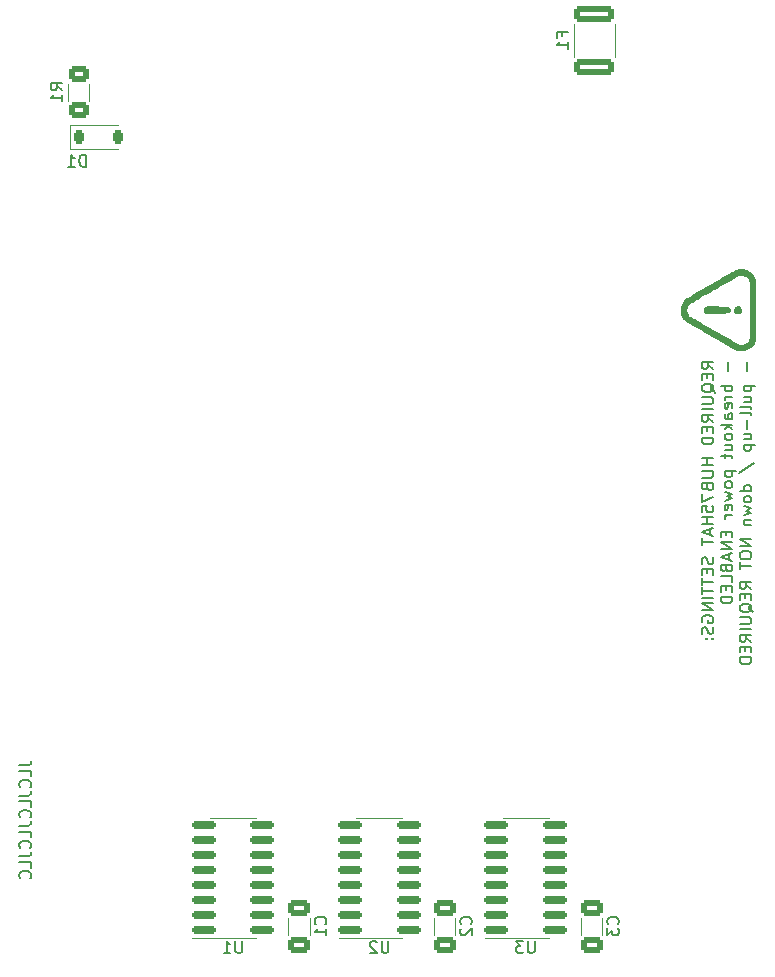
<source format=gbr>
%TF.GenerationSoftware,KiCad,Pcbnew,7.0.7*%
%TF.CreationDate,2023-11-22T16:36:34+01:00*%
%TF.ProjectId,BOB4ENCODER,424f4234-454e-4434-9f44-45522e6b6963,rev?*%
%TF.SameCoordinates,Original*%
%TF.FileFunction,Legend,Bot*%
%TF.FilePolarity,Positive*%
%FSLAX46Y46*%
G04 Gerber Fmt 4.6, Leading zero omitted, Abs format (unit mm)*
G04 Created by KiCad (PCBNEW 7.0.7) date 2023-11-22 16:36:34*
%MOMM*%
%LPD*%
G01*
G04 APERTURE LIST*
G04 Aperture macros list*
%AMRoundRect*
0 Rectangle with rounded corners*
0 $1 Rounding radius*
0 $2 $3 $4 $5 $6 $7 $8 $9 X,Y pos of 4 corners*
0 Add a 4 corners polygon primitive as box body*
4,1,4,$2,$3,$4,$5,$6,$7,$8,$9,$2,$3,0*
0 Add four circle primitives for the rounded corners*
1,1,$1+$1,$2,$3*
1,1,$1+$1,$4,$5*
1,1,$1+$1,$6,$7*
1,1,$1+$1,$8,$9*
0 Add four rect primitives between the rounded corners*
20,1,$1+$1,$2,$3,$4,$5,0*
20,1,$1+$1,$4,$5,$6,$7,0*
20,1,$1+$1,$6,$7,$8,$9,0*
20,1,$1+$1,$8,$9,$2,$3,0*%
G04 Aperture macros list end*
%ADD10C,0.150000*%
%ADD11C,0.120000*%
%ADD12C,2.200000*%
%ADD13R,2.200000X2.200000*%
%ADD14R,1.700000X1.700000*%
%ADD15O,1.700000X1.700000*%
%ADD16R,1.000000X1.000000*%
%ADD17O,1.000000X1.000000*%
%ADD18C,0.800000*%
%ADD19C,6.400000*%
%ADD20RoundRect,0.250000X0.600000X-0.600000X0.600000X0.600000X-0.600000X0.600000X-0.600000X-0.600000X0*%
%ADD21C,1.700000*%
%ADD22RoundRect,0.150000X-0.825000X-0.150000X0.825000X-0.150000X0.825000X0.150000X-0.825000X0.150000X0*%
%ADD23RoundRect,0.250000X0.650000X-0.412500X0.650000X0.412500X-0.650000X0.412500X-0.650000X-0.412500X0*%
%ADD24RoundRect,0.225000X-0.225000X-0.375000X0.225000X-0.375000X0.225000X0.375000X-0.225000X0.375000X0*%
%ADD25RoundRect,0.250000X-0.625000X0.400000X-0.625000X-0.400000X0.625000X-0.400000X0.625000X0.400000X0*%
%ADD26RoundRect,0.250000X-1.450000X0.400000X-1.450000X-0.400000X1.450000X-0.400000X1.450000X0.400000X0*%
G04 APERTURE END LIST*
D10*
X444619Y-75908093D02*
X1158904Y-75908093D01*
X1158904Y-75908093D02*
X1301761Y-75860474D01*
X1301761Y-75860474D02*
X1397000Y-75765236D01*
X1397000Y-75765236D02*
X1444619Y-75622379D01*
X1444619Y-75622379D02*
X1444619Y-75527141D01*
X1444619Y-76860474D02*
X1444619Y-76384284D01*
X1444619Y-76384284D02*
X444619Y-76384284D01*
X1349380Y-77765236D02*
X1397000Y-77717617D01*
X1397000Y-77717617D02*
X1444619Y-77574760D01*
X1444619Y-77574760D02*
X1444619Y-77479522D01*
X1444619Y-77479522D02*
X1397000Y-77336665D01*
X1397000Y-77336665D02*
X1301761Y-77241427D01*
X1301761Y-77241427D02*
X1206523Y-77193808D01*
X1206523Y-77193808D02*
X1016047Y-77146189D01*
X1016047Y-77146189D02*
X873190Y-77146189D01*
X873190Y-77146189D02*
X682714Y-77193808D01*
X682714Y-77193808D02*
X587476Y-77241427D01*
X587476Y-77241427D02*
X492238Y-77336665D01*
X492238Y-77336665D02*
X444619Y-77479522D01*
X444619Y-77479522D02*
X444619Y-77574760D01*
X444619Y-77574760D02*
X492238Y-77717617D01*
X492238Y-77717617D02*
X539857Y-77765236D01*
X444619Y-78479522D02*
X1158904Y-78479522D01*
X1158904Y-78479522D02*
X1301761Y-78431903D01*
X1301761Y-78431903D02*
X1397000Y-78336665D01*
X1397000Y-78336665D02*
X1444619Y-78193808D01*
X1444619Y-78193808D02*
X1444619Y-78098570D01*
X1444619Y-79431903D02*
X1444619Y-78955713D01*
X1444619Y-78955713D02*
X444619Y-78955713D01*
X1349380Y-80336665D02*
X1397000Y-80289046D01*
X1397000Y-80289046D02*
X1444619Y-80146189D01*
X1444619Y-80146189D02*
X1444619Y-80050951D01*
X1444619Y-80050951D02*
X1397000Y-79908094D01*
X1397000Y-79908094D02*
X1301761Y-79812856D01*
X1301761Y-79812856D02*
X1206523Y-79765237D01*
X1206523Y-79765237D02*
X1016047Y-79717618D01*
X1016047Y-79717618D02*
X873190Y-79717618D01*
X873190Y-79717618D02*
X682714Y-79765237D01*
X682714Y-79765237D02*
X587476Y-79812856D01*
X587476Y-79812856D02*
X492238Y-79908094D01*
X492238Y-79908094D02*
X444619Y-80050951D01*
X444619Y-80050951D02*
X444619Y-80146189D01*
X444619Y-80146189D02*
X492238Y-80289046D01*
X492238Y-80289046D02*
X539857Y-80336665D01*
X444619Y-81050951D02*
X1158904Y-81050951D01*
X1158904Y-81050951D02*
X1301761Y-81003332D01*
X1301761Y-81003332D02*
X1397000Y-80908094D01*
X1397000Y-80908094D02*
X1444619Y-80765237D01*
X1444619Y-80765237D02*
X1444619Y-80669999D01*
X1444619Y-82003332D02*
X1444619Y-81527142D01*
X1444619Y-81527142D02*
X444619Y-81527142D01*
X1349380Y-82908094D02*
X1397000Y-82860475D01*
X1397000Y-82860475D02*
X1444619Y-82717618D01*
X1444619Y-82717618D02*
X1444619Y-82622380D01*
X1444619Y-82622380D02*
X1397000Y-82479523D01*
X1397000Y-82479523D02*
X1301761Y-82384285D01*
X1301761Y-82384285D02*
X1206523Y-82336666D01*
X1206523Y-82336666D02*
X1016047Y-82289047D01*
X1016047Y-82289047D02*
X873190Y-82289047D01*
X873190Y-82289047D02*
X682714Y-82336666D01*
X682714Y-82336666D02*
X587476Y-82384285D01*
X587476Y-82384285D02*
X492238Y-82479523D01*
X492238Y-82479523D02*
X444619Y-82622380D01*
X444619Y-82622380D02*
X444619Y-82717618D01*
X444619Y-82717618D02*
X492238Y-82860475D01*
X492238Y-82860475D02*
X539857Y-82908094D01*
X444619Y-83622380D02*
X1158904Y-83622380D01*
X1158904Y-83622380D02*
X1301761Y-83574761D01*
X1301761Y-83574761D02*
X1397000Y-83479523D01*
X1397000Y-83479523D02*
X1444619Y-83336666D01*
X1444619Y-83336666D02*
X1444619Y-83241428D01*
X1444619Y-84574761D02*
X1444619Y-84098571D01*
X1444619Y-84098571D02*
X444619Y-84098571D01*
X1349380Y-85479523D02*
X1397000Y-85431904D01*
X1397000Y-85431904D02*
X1444619Y-85289047D01*
X1444619Y-85289047D02*
X1444619Y-85193809D01*
X1444619Y-85193809D02*
X1397000Y-85050952D01*
X1397000Y-85050952D02*
X1301761Y-84955714D01*
X1301761Y-84955714D02*
X1206523Y-84908095D01*
X1206523Y-84908095D02*
X1016047Y-84860476D01*
X1016047Y-84860476D02*
X873190Y-84860476D01*
X873190Y-84860476D02*
X682714Y-84908095D01*
X682714Y-84908095D02*
X587476Y-84955714D01*
X587476Y-84955714D02*
X492238Y-85050952D01*
X492238Y-85050952D02*
X444619Y-85193809D01*
X444619Y-85193809D02*
X444619Y-85289047D01*
X444619Y-85289047D02*
X492238Y-85431904D01*
X492238Y-85431904D02*
X539857Y-85479523D01*
X59210019Y-42361007D02*
X58733828Y-42027674D01*
X59210019Y-41789579D02*
X58210019Y-41789579D01*
X58210019Y-41789579D02*
X58210019Y-42170531D01*
X58210019Y-42170531D02*
X58257638Y-42265769D01*
X58257638Y-42265769D02*
X58305257Y-42313388D01*
X58305257Y-42313388D02*
X58400495Y-42361007D01*
X58400495Y-42361007D02*
X58543352Y-42361007D01*
X58543352Y-42361007D02*
X58638590Y-42313388D01*
X58638590Y-42313388D02*
X58686209Y-42265769D01*
X58686209Y-42265769D02*
X58733828Y-42170531D01*
X58733828Y-42170531D02*
X58733828Y-41789579D01*
X58686209Y-42789579D02*
X58686209Y-43122912D01*
X59210019Y-43265769D02*
X59210019Y-42789579D01*
X59210019Y-42789579D02*
X58210019Y-42789579D01*
X58210019Y-42789579D02*
X58210019Y-43265769D01*
X59305257Y-44361007D02*
X59257638Y-44265769D01*
X59257638Y-44265769D02*
X59162400Y-44170531D01*
X59162400Y-44170531D02*
X59019542Y-44027674D01*
X59019542Y-44027674D02*
X58971923Y-43932436D01*
X58971923Y-43932436D02*
X58971923Y-43837198D01*
X59210019Y-43884817D02*
X59162400Y-43789579D01*
X59162400Y-43789579D02*
X59067161Y-43694341D01*
X59067161Y-43694341D02*
X58876685Y-43646722D01*
X58876685Y-43646722D02*
X58543352Y-43646722D01*
X58543352Y-43646722D02*
X58352876Y-43694341D01*
X58352876Y-43694341D02*
X58257638Y-43789579D01*
X58257638Y-43789579D02*
X58210019Y-43884817D01*
X58210019Y-43884817D02*
X58210019Y-44075293D01*
X58210019Y-44075293D02*
X58257638Y-44170531D01*
X58257638Y-44170531D02*
X58352876Y-44265769D01*
X58352876Y-44265769D02*
X58543352Y-44313388D01*
X58543352Y-44313388D02*
X58876685Y-44313388D01*
X58876685Y-44313388D02*
X59067161Y-44265769D01*
X59067161Y-44265769D02*
X59162400Y-44170531D01*
X59162400Y-44170531D02*
X59210019Y-44075293D01*
X59210019Y-44075293D02*
X59210019Y-43884817D01*
X58210019Y-44741960D02*
X59019542Y-44741960D01*
X59019542Y-44741960D02*
X59114780Y-44789579D01*
X59114780Y-44789579D02*
X59162400Y-44837198D01*
X59162400Y-44837198D02*
X59210019Y-44932436D01*
X59210019Y-44932436D02*
X59210019Y-45122912D01*
X59210019Y-45122912D02*
X59162400Y-45218150D01*
X59162400Y-45218150D02*
X59114780Y-45265769D01*
X59114780Y-45265769D02*
X59019542Y-45313388D01*
X59019542Y-45313388D02*
X58210019Y-45313388D01*
X59210019Y-45789579D02*
X58210019Y-45789579D01*
X59210019Y-46837197D02*
X58733828Y-46503864D01*
X59210019Y-46265769D02*
X58210019Y-46265769D01*
X58210019Y-46265769D02*
X58210019Y-46646721D01*
X58210019Y-46646721D02*
X58257638Y-46741959D01*
X58257638Y-46741959D02*
X58305257Y-46789578D01*
X58305257Y-46789578D02*
X58400495Y-46837197D01*
X58400495Y-46837197D02*
X58543352Y-46837197D01*
X58543352Y-46837197D02*
X58638590Y-46789578D01*
X58638590Y-46789578D02*
X58686209Y-46741959D01*
X58686209Y-46741959D02*
X58733828Y-46646721D01*
X58733828Y-46646721D02*
X58733828Y-46265769D01*
X58686209Y-47265769D02*
X58686209Y-47599102D01*
X59210019Y-47741959D02*
X59210019Y-47265769D01*
X59210019Y-47265769D02*
X58210019Y-47265769D01*
X58210019Y-47265769D02*
X58210019Y-47741959D01*
X59210019Y-48170531D02*
X58210019Y-48170531D01*
X58210019Y-48170531D02*
X58210019Y-48408626D01*
X58210019Y-48408626D02*
X58257638Y-48551483D01*
X58257638Y-48551483D02*
X58352876Y-48646721D01*
X58352876Y-48646721D02*
X58448114Y-48694340D01*
X58448114Y-48694340D02*
X58638590Y-48741959D01*
X58638590Y-48741959D02*
X58781447Y-48741959D01*
X58781447Y-48741959D02*
X58971923Y-48694340D01*
X58971923Y-48694340D02*
X59067161Y-48646721D01*
X59067161Y-48646721D02*
X59162400Y-48551483D01*
X59162400Y-48551483D02*
X59210019Y-48408626D01*
X59210019Y-48408626D02*
X59210019Y-48170531D01*
X59210019Y-49932436D02*
X58210019Y-49932436D01*
X58686209Y-49932436D02*
X58686209Y-50503864D01*
X59210019Y-50503864D02*
X58210019Y-50503864D01*
X58210019Y-50980055D02*
X59019542Y-50980055D01*
X59019542Y-50980055D02*
X59114780Y-51027674D01*
X59114780Y-51027674D02*
X59162400Y-51075293D01*
X59162400Y-51075293D02*
X59210019Y-51170531D01*
X59210019Y-51170531D02*
X59210019Y-51361007D01*
X59210019Y-51361007D02*
X59162400Y-51456245D01*
X59162400Y-51456245D02*
X59114780Y-51503864D01*
X59114780Y-51503864D02*
X59019542Y-51551483D01*
X59019542Y-51551483D02*
X58210019Y-51551483D01*
X58686209Y-52361007D02*
X58733828Y-52503864D01*
X58733828Y-52503864D02*
X58781447Y-52551483D01*
X58781447Y-52551483D02*
X58876685Y-52599102D01*
X58876685Y-52599102D02*
X59019542Y-52599102D01*
X59019542Y-52599102D02*
X59114780Y-52551483D01*
X59114780Y-52551483D02*
X59162400Y-52503864D01*
X59162400Y-52503864D02*
X59210019Y-52408626D01*
X59210019Y-52408626D02*
X59210019Y-52027674D01*
X59210019Y-52027674D02*
X58210019Y-52027674D01*
X58210019Y-52027674D02*
X58210019Y-52361007D01*
X58210019Y-52361007D02*
X58257638Y-52456245D01*
X58257638Y-52456245D02*
X58305257Y-52503864D01*
X58305257Y-52503864D02*
X58400495Y-52551483D01*
X58400495Y-52551483D02*
X58495733Y-52551483D01*
X58495733Y-52551483D02*
X58590971Y-52503864D01*
X58590971Y-52503864D02*
X58638590Y-52456245D01*
X58638590Y-52456245D02*
X58686209Y-52361007D01*
X58686209Y-52361007D02*
X58686209Y-52027674D01*
X58210019Y-52932436D02*
X58210019Y-53599102D01*
X58210019Y-53599102D02*
X59210019Y-53170531D01*
X58210019Y-54456245D02*
X58210019Y-53980055D01*
X58210019Y-53980055D02*
X58686209Y-53932436D01*
X58686209Y-53932436D02*
X58638590Y-53980055D01*
X58638590Y-53980055D02*
X58590971Y-54075293D01*
X58590971Y-54075293D02*
X58590971Y-54313388D01*
X58590971Y-54313388D02*
X58638590Y-54408626D01*
X58638590Y-54408626D02*
X58686209Y-54456245D01*
X58686209Y-54456245D02*
X58781447Y-54503864D01*
X58781447Y-54503864D02*
X59019542Y-54503864D01*
X59019542Y-54503864D02*
X59114780Y-54456245D01*
X59114780Y-54456245D02*
X59162400Y-54408626D01*
X59162400Y-54408626D02*
X59210019Y-54313388D01*
X59210019Y-54313388D02*
X59210019Y-54075293D01*
X59210019Y-54075293D02*
X59162400Y-53980055D01*
X59162400Y-53980055D02*
X59114780Y-53932436D01*
X59210019Y-54932436D02*
X58210019Y-54932436D01*
X58686209Y-54932436D02*
X58686209Y-55503864D01*
X59210019Y-55503864D02*
X58210019Y-55503864D01*
X58924304Y-55932436D02*
X58924304Y-56408626D01*
X59210019Y-55837198D02*
X58210019Y-56170531D01*
X58210019Y-56170531D02*
X59210019Y-56503864D01*
X58210019Y-56694341D02*
X58210019Y-57265769D01*
X59210019Y-56980055D02*
X58210019Y-56980055D01*
X59162400Y-58313389D02*
X59210019Y-58456246D01*
X59210019Y-58456246D02*
X59210019Y-58694341D01*
X59210019Y-58694341D02*
X59162400Y-58789579D01*
X59162400Y-58789579D02*
X59114780Y-58837198D01*
X59114780Y-58837198D02*
X59019542Y-58884817D01*
X59019542Y-58884817D02*
X58924304Y-58884817D01*
X58924304Y-58884817D02*
X58829066Y-58837198D01*
X58829066Y-58837198D02*
X58781447Y-58789579D01*
X58781447Y-58789579D02*
X58733828Y-58694341D01*
X58733828Y-58694341D02*
X58686209Y-58503865D01*
X58686209Y-58503865D02*
X58638590Y-58408627D01*
X58638590Y-58408627D02*
X58590971Y-58361008D01*
X58590971Y-58361008D02*
X58495733Y-58313389D01*
X58495733Y-58313389D02*
X58400495Y-58313389D01*
X58400495Y-58313389D02*
X58305257Y-58361008D01*
X58305257Y-58361008D02*
X58257638Y-58408627D01*
X58257638Y-58408627D02*
X58210019Y-58503865D01*
X58210019Y-58503865D02*
X58210019Y-58741960D01*
X58210019Y-58741960D02*
X58257638Y-58884817D01*
X58686209Y-59313389D02*
X58686209Y-59646722D01*
X59210019Y-59789579D02*
X59210019Y-59313389D01*
X59210019Y-59313389D02*
X58210019Y-59313389D01*
X58210019Y-59313389D02*
X58210019Y-59789579D01*
X58210019Y-60075294D02*
X58210019Y-60646722D01*
X59210019Y-60361008D02*
X58210019Y-60361008D01*
X58210019Y-60837199D02*
X58210019Y-61408627D01*
X59210019Y-61122913D02*
X58210019Y-61122913D01*
X59210019Y-61741961D02*
X58210019Y-61741961D01*
X59210019Y-62218151D02*
X58210019Y-62218151D01*
X58210019Y-62218151D02*
X59210019Y-62789579D01*
X59210019Y-62789579D02*
X58210019Y-62789579D01*
X58257638Y-63789579D02*
X58210019Y-63694341D01*
X58210019Y-63694341D02*
X58210019Y-63551484D01*
X58210019Y-63551484D02*
X58257638Y-63408627D01*
X58257638Y-63408627D02*
X58352876Y-63313389D01*
X58352876Y-63313389D02*
X58448114Y-63265770D01*
X58448114Y-63265770D02*
X58638590Y-63218151D01*
X58638590Y-63218151D02*
X58781447Y-63218151D01*
X58781447Y-63218151D02*
X58971923Y-63265770D01*
X58971923Y-63265770D02*
X59067161Y-63313389D01*
X59067161Y-63313389D02*
X59162400Y-63408627D01*
X59162400Y-63408627D02*
X59210019Y-63551484D01*
X59210019Y-63551484D02*
X59210019Y-63646722D01*
X59210019Y-63646722D02*
X59162400Y-63789579D01*
X59162400Y-63789579D02*
X59114780Y-63837198D01*
X59114780Y-63837198D02*
X58781447Y-63837198D01*
X58781447Y-63837198D02*
X58781447Y-63646722D01*
X59162400Y-64218151D02*
X59210019Y-64361008D01*
X59210019Y-64361008D02*
X59210019Y-64599103D01*
X59210019Y-64599103D02*
X59162400Y-64694341D01*
X59162400Y-64694341D02*
X59114780Y-64741960D01*
X59114780Y-64741960D02*
X59019542Y-64789579D01*
X59019542Y-64789579D02*
X58924304Y-64789579D01*
X58924304Y-64789579D02*
X58829066Y-64741960D01*
X58829066Y-64741960D02*
X58781447Y-64694341D01*
X58781447Y-64694341D02*
X58733828Y-64599103D01*
X58733828Y-64599103D02*
X58686209Y-64408627D01*
X58686209Y-64408627D02*
X58638590Y-64313389D01*
X58638590Y-64313389D02*
X58590971Y-64265770D01*
X58590971Y-64265770D02*
X58495733Y-64218151D01*
X58495733Y-64218151D02*
X58400495Y-64218151D01*
X58400495Y-64218151D02*
X58305257Y-64265770D01*
X58305257Y-64265770D02*
X58257638Y-64313389D01*
X58257638Y-64313389D02*
X58210019Y-64408627D01*
X58210019Y-64408627D02*
X58210019Y-64646722D01*
X58210019Y-64646722D02*
X58257638Y-64789579D01*
X59114780Y-65218151D02*
X59162400Y-65265770D01*
X59162400Y-65265770D02*
X59210019Y-65218151D01*
X59210019Y-65218151D02*
X59162400Y-65170532D01*
X59162400Y-65170532D02*
X59114780Y-65218151D01*
X59114780Y-65218151D02*
X59210019Y-65218151D01*
X58590971Y-65218151D02*
X58638590Y-65265770D01*
X58638590Y-65265770D02*
X58686209Y-65218151D01*
X58686209Y-65218151D02*
X58638590Y-65170532D01*
X58638590Y-65170532D02*
X58590971Y-65218151D01*
X58590971Y-65218151D02*
X58686209Y-65218151D01*
X60439066Y-41789579D02*
X60439066Y-42551484D01*
X60820019Y-43789579D02*
X59820019Y-43789579D01*
X60200971Y-43789579D02*
X60153352Y-43884817D01*
X60153352Y-43884817D02*
X60153352Y-44075293D01*
X60153352Y-44075293D02*
X60200971Y-44170531D01*
X60200971Y-44170531D02*
X60248590Y-44218150D01*
X60248590Y-44218150D02*
X60343828Y-44265769D01*
X60343828Y-44265769D02*
X60629542Y-44265769D01*
X60629542Y-44265769D02*
X60724780Y-44218150D01*
X60724780Y-44218150D02*
X60772400Y-44170531D01*
X60772400Y-44170531D02*
X60820019Y-44075293D01*
X60820019Y-44075293D02*
X60820019Y-43884817D01*
X60820019Y-43884817D02*
X60772400Y-43789579D01*
X60820019Y-44694341D02*
X60153352Y-44694341D01*
X60343828Y-44694341D02*
X60248590Y-44741960D01*
X60248590Y-44741960D02*
X60200971Y-44789579D01*
X60200971Y-44789579D02*
X60153352Y-44884817D01*
X60153352Y-44884817D02*
X60153352Y-44980055D01*
X60772400Y-45694341D02*
X60820019Y-45599103D01*
X60820019Y-45599103D02*
X60820019Y-45408627D01*
X60820019Y-45408627D02*
X60772400Y-45313389D01*
X60772400Y-45313389D02*
X60677161Y-45265770D01*
X60677161Y-45265770D02*
X60296209Y-45265770D01*
X60296209Y-45265770D02*
X60200971Y-45313389D01*
X60200971Y-45313389D02*
X60153352Y-45408627D01*
X60153352Y-45408627D02*
X60153352Y-45599103D01*
X60153352Y-45599103D02*
X60200971Y-45694341D01*
X60200971Y-45694341D02*
X60296209Y-45741960D01*
X60296209Y-45741960D02*
X60391447Y-45741960D01*
X60391447Y-45741960D02*
X60486685Y-45265770D01*
X60820019Y-46599103D02*
X60296209Y-46599103D01*
X60296209Y-46599103D02*
X60200971Y-46551484D01*
X60200971Y-46551484D02*
X60153352Y-46456246D01*
X60153352Y-46456246D02*
X60153352Y-46265770D01*
X60153352Y-46265770D02*
X60200971Y-46170532D01*
X60772400Y-46599103D02*
X60820019Y-46503865D01*
X60820019Y-46503865D02*
X60820019Y-46265770D01*
X60820019Y-46265770D02*
X60772400Y-46170532D01*
X60772400Y-46170532D02*
X60677161Y-46122913D01*
X60677161Y-46122913D02*
X60581923Y-46122913D01*
X60581923Y-46122913D02*
X60486685Y-46170532D01*
X60486685Y-46170532D02*
X60439066Y-46265770D01*
X60439066Y-46265770D02*
X60439066Y-46503865D01*
X60439066Y-46503865D02*
X60391447Y-46599103D01*
X60820019Y-47075294D02*
X59820019Y-47075294D01*
X60439066Y-47170532D02*
X60820019Y-47456246D01*
X60153352Y-47456246D02*
X60534304Y-47075294D01*
X60820019Y-48027675D02*
X60772400Y-47932437D01*
X60772400Y-47932437D02*
X60724780Y-47884818D01*
X60724780Y-47884818D02*
X60629542Y-47837199D01*
X60629542Y-47837199D02*
X60343828Y-47837199D01*
X60343828Y-47837199D02*
X60248590Y-47884818D01*
X60248590Y-47884818D02*
X60200971Y-47932437D01*
X60200971Y-47932437D02*
X60153352Y-48027675D01*
X60153352Y-48027675D02*
X60153352Y-48170532D01*
X60153352Y-48170532D02*
X60200971Y-48265770D01*
X60200971Y-48265770D02*
X60248590Y-48313389D01*
X60248590Y-48313389D02*
X60343828Y-48361008D01*
X60343828Y-48361008D02*
X60629542Y-48361008D01*
X60629542Y-48361008D02*
X60724780Y-48313389D01*
X60724780Y-48313389D02*
X60772400Y-48265770D01*
X60772400Y-48265770D02*
X60820019Y-48170532D01*
X60820019Y-48170532D02*
X60820019Y-48027675D01*
X60153352Y-49218151D02*
X60820019Y-49218151D01*
X60153352Y-48789580D02*
X60677161Y-48789580D01*
X60677161Y-48789580D02*
X60772400Y-48837199D01*
X60772400Y-48837199D02*
X60820019Y-48932437D01*
X60820019Y-48932437D02*
X60820019Y-49075294D01*
X60820019Y-49075294D02*
X60772400Y-49170532D01*
X60772400Y-49170532D02*
X60724780Y-49218151D01*
X60153352Y-49551485D02*
X60153352Y-49932437D01*
X59820019Y-49694342D02*
X60677161Y-49694342D01*
X60677161Y-49694342D02*
X60772400Y-49741961D01*
X60772400Y-49741961D02*
X60820019Y-49837199D01*
X60820019Y-49837199D02*
X60820019Y-49932437D01*
X60153352Y-51027676D02*
X61153352Y-51027676D01*
X60200971Y-51027676D02*
X60153352Y-51122914D01*
X60153352Y-51122914D02*
X60153352Y-51313390D01*
X60153352Y-51313390D02*
X60200971Y-51408628D01*
X60200971Y-51408628D02*
X60248590Y-51456247D01*
X60248590Y-51456247D02*
X60343828Y-51503866D01*
X60343828Y-51503866D02*
X60629542Y-51503866D01*
X60629542Y-51503866D02*
X60724780Y-51456247D01*
X60724780Y-51456247D02*
X60772400Y-51408628D01*
X60772400Y-51408628D02*
X60820019Y-51313390D01*
X60820019Y-51313390D02*
X60820019Y-51122914D01*
X60820019Y-51122914D02*
X60772400Y-51027676D01*
X60820019Y-52075295D02*
X60772400Y-51980057D01*
X60772400Y-51980057D02*
X60724780Y-51932438D01*
X60724780Y-51932438D02*
X60629542Y-51884819D01*
X60629542Y-51884819D02*
X60343828Y-51884819D01*
X60343828Y-51884819D02*
X60248590Y-51932438D01*
X60248590Y-51932438D02*
X60200971Y-51980057D01*
X60200971Y-51980057D02*
X60153352Y-52075295D01*
X60153352Y-52075295D02*
X60153352Y-52218152D01*
X60153352Y-52218152D02*
X60200971Y-52313390D01*
X60200971Y-52313390D02*
X60248590Y-52361009D01*
X60248590Y-52361009D02*
X60343828Y-52408628D01*
X60343828Y-52408628D02*
X60629542Y-52408628D01*
X60629542Y-52408628D02*
X60724780Y-52361009D01*
X60724780Y-52361009D02*
X60772400Y-52313390D01*
X60772400Y-52313390D02*
X60820019Y-52218152D01*
X60820019Y-52218152D02*
X60820019Y-52075295D01*
X60153352Y-52741962D02*
X60820019Y-52932438D01*
X60820019Y-52932438D02*
X60343828Y-53122914D01*
X60343828Y-53122914D02*
X60820019Y-53313390D01*
X60820019Y-53313390D02*
X60153352Y-53503866D01*
X60772400Y-54265771D02*
X60820019Y-54170533D01*
X60820019Y-54170533D02*
X60820019Y-53980057D01*
X60820019Y-53980057D02*
X60772400Y-53884819D01*
X60772400Y-53884819D02*
X60677161Y-53837200D01*
X60677161Y-53837200D02*
X60296209Y-53837200D01*
X60296209Y-53837200D02*
X60200971Y-53884819D01*
X60200971Y-53884819D02*
X60153352Y-53980057D01*
X60153352Y-53980057D02*
X60153352Y-54170533D01*
X60153352Y-54170533D02*
X60200971Y-54265771D01*
X60200971Y-54265771D02*
X60296209Y-54313390D01*
X60296209Y-54313390D02*
X60391447Y-54313390D01*
X60391447Y-54313390D02*
X60486685Y-53837200D01*
X60820019Y-54741962D02*
X60153352Y-54741962D01*
X60343828Y-54741962D02*
X60248590Y-54789581D01*
X60248590Y-54789581D02*
X60200971Y-54837200D01*
X60200971Y-54837200D02*
X60153352Y-54932438D01*
X60153352Y-54932438D02*
X60153352Y-55027676D01*
X60296209Y-56122915D02*
X60296209Y-56456248D01*
X60820019Y-56599105D02*
X60820019Y-56122915D01*
X60820019Y-56122915D02*
X59820019Y-56122915D01*
X59820019Y-56122915D02*
X59820019Y-56599105D01*
X60820019Y-57027677D02*
X59820019Y-57027677D01*
X59820019Y-57027677D02*
X60820019Y-57599105D01*
X60820019Y-57599105D02*
X59820019Y-57599105D01*
X60534304Y-58027677D02*
X60534304Y-58503867D01*
X60820019Y-57932439D02*
X59820019Y-58265772D01*
X59820019Y-58265772D02*
X60820019Y-58599105D01*
X60296209Y-59265772D02*
X60343828Y-59408629D01*
X60343828Y-59408629D02*
X60391447Y-59456248D01*
X60391447Y-59456248D02*
X60486685Y-59503867D01*
X60486685Y-59503867D02*
X60629542Y-59503867D01*
X60629542Y-59503867D02*
X60724780Y-59456248D01*
X60724780Y-59456248D02*
X60772400Y-59408629D01*
X60772400Y-59408629D02*
X60820019Y-59313391D01*
X60820019Y-59313391D02*
X60820019Y-58932439D01*
X60820019Y-58932439D02*
X59820019Y-58932439D01*
X59820019Y-58932439D02*
X59820019Y-59265772D01*
X59820019Y-59265772D02*
X59867638Y-59361010D01*
X59867638Y-59361010D02*
X59915257Y-59408629D01*
X59915257Y-59408629D02*
X60010495Y-59456248D01*
X60010495Y-59456248D02*
X60105733Y-59456248D01*
X60105733Y-59456248D02*
X60200971Y-59408629D01*
X60200971Y-59408629D02*
X60248590Y-59361010D01*
X60248590Y-59361010D02*
X60296209Y-59265772D01*
X60296209Y-59265772D02*
X60296209Y-58932439D01*
X60820019Y-60408629D02*
X60820019Y-59932439D01*
X60820019Y-59932439D02*
X59820019Y-59932439D01*
X60296209Y-60741963D02*
X60296209Y-61075296D01*
X60820019Y-61218153D02*
X60820019Y-60741963D01*
X60820019Y-60741963D02*
X59820019Y-60741963D01*
X59820019Y-60741963D02*
X59820019Y-61218153D01*
X60820019Y-61646725D02*
X59820019Y-61646725D01*
X59820019Y-61646725D02*
X59820019Y-61884820D01*
X59820019Y-61884820D02*
X59867638Y-62027677D01*
X59867638Y-62027677D02*
X59962876Y-62122915D01*
X59962876Y-62122915D02*
X60058114Y-62170534D01*
X60058114Y-62170534D02*
X60248590Y-62218153D01*
X60248590Y-62218153D02*
X60391447Y-62218153D01*
X60391447Y-62218153D02*
X60581923Y-62170534D01*
X60581923Y-62170534D02*
X60677161Y-62122915D01*
X60677161Y-62122915D02*
X60772400Y-62027677D01*
X60772400Y-62027677D02*
X60820019Y-61884820D01*
X60820019Y-61884820D02*
X60820019Y-61646725D01*
X62049066Y-41789579D02*
X62049066Y-42551484D01*
X61763352Y-43789579D02*
X62763352Y-43789579D01*
X61810971Y-43789579D02*
X61763352Y-43884817D01*
X61763352Y-43884817D02*
X61763352Y-44075293D01*
X61763352Y-44075293D02*
X61810971Y-44170531D01*
X61810971Y-44170531D02*
X61858590Y-44218150D01*
X61858590Y-44218150D02*
X61953828Y-44265769D01*
X61953828Y-44265769D02*
X62239542Y-44265769D01*
X62239542Y-44265769D02*
X62334780Y-44218150D01*
X62334780Y-44218150D02*
X62382400Y-44170531D01*
X62382400Y-44170531D02*
X62430019Y-44075293D01*
X62430019Y-44075293D02*
X62430019Y-43884817D01*
X62430019Y-43884817D02*
X62382400Y-43789579D01*
X61763352Y-45122912D02*
X62430019Y-45122912D01*
X61763352Y-44694341D02*
X62287161Y-44694341D01*
X62287161Y-44694341D02*
X62382400Y-44741960D01*
X62382400Y-44741960D02*
X62430019Y-44837198D01*
X62430019Y-44837198D02*
X62430019Y-44980055D01*
X62430019Y-44980055D02*
X62382400Y-45075293D01*
X62382400Y-45075293D02*
X62334780Y-45122912D01*
X62430019Y-45741960D02*
X62382400Y-45646722D01*
X62382400Y-45646722D02*
X62287161Y-45599103D01*
X62287161Y-45599103D02*
X61430019Y-45599103D01*
X62430019Y-46265770D02*
X62382400Y-46170532D01*
X62382400Y-46170532D02*
X62287161Y-46122913D01*
X62287161Y-46122913D02*
X61430019Y-46122913D01*
X62049066Y-46646723D02*
X62049066Y-47408628D01*
X61763352Y-48313389D02*
X62430019Y-48313389D01*
X61763352Y-47884818D02*
X62287161Y-47884818D01*
X62287161Y-47884818D02*
X62382400Y-47932437D01*
X62382400Y-47932437D02*
X62430019Y-48027675D01*
X62430019Y-48027675D02*
X62430019Y-48170532D01*
X62430019Y-48170532D02*
X62382400Y-48265770D01*
X62382400Y-48265770D02*
X62334780Y-48313389D01*
X61763352Y-48789580D02*
X62763352Y-48789580D01*
X61810971Y-48789580D02*
X61763352Y-48884818D01*
X61763352Y-48884818D02*
X61763352Y-49075294D01*
X61763352Y-49075294D02*
X61810971Y-49170532D01*
X61810971Y-49170532D02*
X61858590Y-49218151D01*
X61858590Y-49218151D02*
X61953828Y-49265770D01*
X61953828Y-49265770D02*
X62239542Y-49265770D01*
X62239542Y-49265770D02*
X62334780Y-49218151D01*
X62334780Y-49218151D02*
X62382400Y-49170532D01*
X62382400Y-49170532D02*
X62430019Y-49075294D01*
X62430019Y-49075294D02*
X62430019Y-48884818D01*
X62430019Y-48884818D02*
X62382400Y-48789580D01*
X61382400Y-51170532D02*
X62668114Y-50313390D01*
X62430019Y-52694342D02*
X61430019Y-52694342D01*
X62382400Y-52694342D02*
X62430019Y-52599104D01*
X62430019Y-52599104D02*
X62430019Y-52408628D01*
X62430019Y-52408628D02*
X62382400Y-52313390D01*
X62382400Y-52313390D02*
X62334780Y-52265771D01*
X62334780Y-52265771D02*
X62239542Y-52218152D01*
X62239542Y-52218152D02*
X61953828Y-52218152D01*
X61953828Y-52218152D02*
X61858590Y-52265771D01*
X61858590Y-52265771D02*
X61810971Y-52313390D01*
X61810971Y-52313390D02*
X61763352Y-52408628D01*
X61763352Y-52408628D02*
X61763352Y-52599104D01*
X61763352Y-52599104D02*
X61810971Y-52694342D01*
X62430019Y-53313390D02*
X62382400Y-53218152D01*
X62382400Y-53218152D02*
X62334780Y-53170533D01*
X62334780Y-53170533D02*
X62239542Y-53122914D01*
X62239542Y-53122914D02*
X61953828Y-53122914D01*
X61953828Y-53122914D02*
X61858590Y-53170533D01*
X61858590Y-53170533D02*
X61810971Y-53218152D01*
X61810971Y-53218152D02*
X61763352Y-53313390D01*
X61763352Y-53313390D02*
X61763352Y-53456247D01*
X61763352Y-53456247D02*
X61810971Y-53551485D01*
X61810971Y-53551485D02*
X61858590Y-53599104D01*
X61858590Y-53599104D02*
X61953828Y-53646723D01*
X61953828Y-53646723D02*
X62239542Y-53646723D01*
X62239542Y-53646723D02*
X62334780Y-53599104D01*
X62334780Y-53599104D02*
X62382400Y-53551485D01*
X62382400Y-53551485D02*
X62430019Y-53456247D01*
X62430019Y-53456247D02*
X62430019Y-53313390D01*
X61763352Y-53980057D02*
X62430019Y-54170533D01*
X62430019Y-54170533D02*
X61953828Y-54361009D01*
X61953828Y-54361009D02*
X62430019Y-54551485D01*
X62430019Y-54551485D02*
X61763352Y-54741961D01*
X61763352Y-55122914D02*
X62430019Y-55122914D01*
X61858590Y-55122914D02*
X61810971Y-55170533D01*
X61810971Y-55170533D02*
X61763352Y-55265771D01*
X61763352Y-55265771D02*
X61763352Y-55408628D01*
X61763352Y-55408628D02*
X61810971Y-55503866D01*
X61810971Y-55503866D02*
X61906209Y-55551485D01*
X61906209Y-55551485D02*
X62430019Y-55551485D01*
X62430019Y-56789581D02*
X61430019Y-56789581D01*
X61430019Y-56789581D02*
X62430019Y-57361009D01*
X62430019Y-57361009D02*
X61430019Y-57361009D01*
X61430019Y-58027676D02*
X61430019Y-58218152D01*
X61430019Y-58218152D02*
X61477638Y-58313390D01*
X61477638Y-58313390D02*
X61572876Y-58408628D01*
X61572876Y-58408628D02*
X61763352Y-58456247D01*
X61763352Y-58456247D02*
X62096685Y-58456247D01*
X62096685Y-58456247D02*
X62287161Y-58408628D01*
X62287161Y-58408628D02*
X62382400Y-58313390D01*
X62382400Y-58313390D02*
X62430019Y-58218152D01*
X62430019Y-58218152D02*
X62430019Y-58027676D01*
X62430019Y-58027676D02*
X62382400Y-57932438D01*
X62382400Y-57932438D02*
X62287161Y-57837200D01*
X62287161Y-57837200D02*
X62096685Y-57789581D01*
X62096685Y-57789581D02*
X61763352Y-57789581D01*
X61763352Y-57789581D02*
X61572876Y-57837200D01*
X61572876Y-57837200D02*
X61477638Y-57932438D01*
X61477638Y-57932438D02*
X61430019Y-58027676D01*
X61430019Y-58741962D02*
X61430019Y-59313390D01*
X62430019Y-59027676D02*
X61430019Y-59027676D01*
X62430019Y-60980057D02*
X61953828Y-60646724D01*
X62430019Y-60408629D02*
X61430019Y-60408629D01*
X61430019Y-60408629D02*
X61430019Y-60789581D01*
X61430019Y-60789581D02*
X61477638Y-60884819D01*
X61477638Y-60884819D02*
X61525257Y-60932438D01*
X61525257Y-60932438D02*
X61620495Y-60980057D01*
X61620495Y-60980057D02*
X61763352Y-60980057D01*
X61763352Y-60980057D02*
X61858590Y-60932438D01*
X61858590Y-60932438D02*
X61906209Y-60884819D01*
X61906209Y-60884819D02*
X61953828Y-60789581D01*
X61953828Y-60789581D02*
X61953828Y-60408629D01*
X61906209Y-61408629D02*
X61906209Y-61741962D01*
X62430019Y-61884819D02*
X62430019Y-61408629D01*
X62430019Y-61408629D02*
X61430019Y-61408629D01*
X61430019Y-61408629D02*
X61430019Y-61884819D01*
X62525257Y-62980057D02*
X62477638Y-62884819D01*
X62477638Y-62884819D02*
X62382400Y-62789581D01*
X62382400Y-62789581D02*
X62239542Y-62646724D01*
X62239542Y-62646724D02*
X62191923Y-62551486D01*
X62191923Y-62551486D02*
X62191923Y-62456248D01*
X62430019Y-62503867D02*
X62382400Y-62408629D01*
X62382400Y-62408629D02*
X62287161Y-62313391D01*
X62287161Y-62313391D02*
X62096685Y-62265772D01*
X62096685Y-62265772D02*
X61763352Y-62265772D01*
X61763352Y-62265772D02*
X61572876Y-62313391D01*
X61572876Y-62313391D02*
X61477638Y-62408629D01*
X61477638Y-62408629D02*
X61430019Y-62503867D01*
X61430019Y-62503867D02*
X61430019Y-62694343D01*
X61430019Y-62694343D02*
X61477638Y-62789581D01*
X61477638Y-62789581D02*
X61572876Y-62884819D01*
X61572876Y-62884819D02*
X61763352Y-62932438D01*
X61763352Y-62932438D02*
X62096685Y-62932438D01*
X62096685Y-62932438D02*
X62287161Y-62884819D01*
X62287161Y-62884819D02*
X62382400Y-62789581D01*
X62382400Y-62789581D02*
X62430019Y-62694343D01*
X62430019Y-62694343D02*
X62430019Y-62503867D01*
X61430019Y-63361010D02*
X62239542Y-63361010D01*
X62239542Y-63361010D02*
X62334780Y-63408629D01*
X62334780Y-63408629D02*
X62382400Y-63456248D01*
X62382400Y-63456248D02*
X62430019Y-63551486D01*
X62430019Y-63551486D02*
X62430019Y-63741962D01*
X62430019Y-63741962D02*
X62382400Y-63837200D01*
X62382400Y-63837200D02*
X62334780Y-63884819D01*
X62334780Y-63884819D02*
X62239542Y-63932438D01*
X62239542Y-63932438D02*
X61430019Y-63932438D01*
X62430019Y-64408629D02*
X61430019Y-64408629D01*
X62430019Y-65456247D02*
X61953828Y-65122914D01*
X62430019Y-64884819D02*
X61430019Y-64884819D01*
X61430019Y-64884819D02*
X61430019Y-65265771D01*
X61430019Y-65265771D02*
X61477638Y-65361009D01*
X61477638Y-65361009D02*
X61525257Y-65408628D01*
X61525257Y-65408628D02*
X61620495Y-65456247D01*
X61620495Y-65456247D02*
X61763352Y-65456247D01*
X61763352Y-65456247D02*
X61858590Y-65408628D01*
X61858590Y-65408628D02*
X61906209Y-65361009D01*
X61906209Y-65361009D02*
X61953828Y-65265771D01*
X61953828Y-65265771D02*
X61953828Y-64884819D01*
X61906209Y-65884819D02*
X61906209Y-66218152D01*
X62430019Y-66361009D02*
X62430019Y-65884819D01*
X62430019Y-65884819D02*
X61430019Y-65884819D01*
X61430019Y-65884819D02*
X61430019Y-66361009D01*
X62430019Y-66789581D02*
X61430019Y-66789581D01*
X61430019Y-66789581D02*
X61430019Y-67027676D01*
X61430019Y-67027676D02*
X61477638Y-67170533D01*
X61477638Y-67170533D02*
X61572876Y-67265771D01*
X61572876Y-67265771D02*
X61668114Y-67313390D01*
X61668114Y-67313390D02*
X61858590Y-67361009D01*
X61858590Y-67361009D02*
X62001447Y-67361009D01*
X62001447Y-67361009D02*
X62191923Y-67313390D01*
X62191923Y-67313390D02*
X62287161Y-67265771D01*
X62287161Y-67265771D02*
X62382400Y-67170533D01*
X62382400Y-67170533D02*
X62430019Y-67027676D01*
X62430019Y-67027676D02*
X62430019Y-66789581D01*
X31684904Y-90796119D02*
X31684904Y-91605642D01*
X31684904Y-91605642D02*
X31637285Y-91700880D01*
X31637285Y-91700880D02*
X31589666Y-91748500D01*
X31589666Y-91748500D02*
X31494428Y-91796119D01*
X31494428Y-91796119D02*
X31303952Y-91796119D01*
X31303952Y-91796119D02*
X31208714Y-91748500D01*
X31208714Y-91748500D02*
X31161095Y-91700880D01*
X31161095Y-91700880D02*
X31113476Y-91605642D01*
X31113476Y-91605642D02*
X31113476Y-90796119D01*
X30684904Y-90891357D02*
X30637285Y-90843738D01*
X30637285Y-90843738D02*
X30542047Y-90796119D01*
X30542047Y-90796119D02*
X30303952Y-90796119D01*
X30303952Y-90796119D02*
X30208714Y-90843738D01*
X30208714Y-90843738D02*
X30161095Y-90891357D01*
X30161095Y-90891357D02*
X30113476Y-90986595D01*
X30113476Y-90986595D02*
X30113476Y-91081833D01*
X30113476Y-91081833D02*
X30161095Y-91224690D01*
X30161095Y-91224690D02*
X30732523Y-91796119D01*
X30732523Y-91796119D02*
X30113476Y-91796119D01*
X44068904Y-90796119D02*
X44068904Y-91605642D01*
X44068904Y-91605642D02*
X44021285Y-91700880D01*
X44021285Y-91700880D02*
X43973666Y-91748500D01*
X43973666Y-91748500D02*
X43878428Y-91796119D01*
X43878428Y-91796119D02*
X43687952Y-91796119D01*
X43687952Y-91796119D02*
X43592714Y-91748500D01*
X43592714Y-91748500D02*
X43545095Y-91700880D01*
X43545095Y-91700880D02*
X43497476Y-91605642D01*
X43497476Y-91605642D02*
X43497476Y-90796119D01*
X43116523Y-90796119D02*
X42497476Y-90796119D01*
X42497476Y-90796119D02*
X42830809Y-91177071D01*
X42830809Y-91177071D02*
X42687952Y-91177071D01*
X42687952Y-91177071D02*
X42592714Y-91224690D01*
X42592714Y-91224690D02*
X42545095Y-91272309D01*
X42545095Y-91272309D02*
X42497476Y-91367547D01*
X42497476Y-91367547D02*
X42497476Y-91605642D01*
X42497476Y-91605642D02*
X42545095Y-91700880D01*
X42545095Y-91700880D02*
X42592714Y-91748500D01*
X42592714Y-91748500D02*
X42687952Y-91796119D01*
X42687952Y-91796119D02*
X42973666Y-91796119D01*
X42973666Y-91796119D02*
X43068904Y-91748500D01*
X43068904Y-91748500D02*
X43116523Y-91700880D01*
X51104580Y-89368333D02*
X51152200Y-89320714D01*
X51152200Y-89320714D02*
X51199819Y-89177857D01*
X51199819Y-89177857D02*
X51199819Y-89082619D01*
X51199819Y-89082619D02*
X51152200Y-88939762D01*
X51152200Y-88939762D02*
X51056961Y-88844524D01*
X51056961Y-88844524D02*
X50961723Y-88796905D01*
X50961723Y-88796905D02*
X50771247Y-88749286D01*
X50771247Y-88749286D02*
X50628390Y-88749286D01*
X50628390Y-88749286D02*
X50437914Y-88796905D01*
X50437914Y-88796905D02*
X50342676Y-88844524D01*
X50342676Y-88844524D02*
X50247438Y-88939762D01*
X50247438Y-88939762D02*
X50199819Y-89082619D01*
X50199819Y-89082619D02*
X50199819Y-89177857D01*
X50199819Y-89177857D02*
X50247438Y-89320714D01*
X50247438Y-89320714D02*
X50295057Y-89368333D01*
X50199819Y-89701667D02*
X50199819Y-90320714D01*
X50199819Y-90320714D02*
X50580771Y-89987381D01*
X50580771Y-89987381D02*
X50580771Y-90130238D01*
X50580771Y-90130238D02*
X50628390Y-90225476D01*
X50628390Y-90225476D02*
X50676009Y-90273095D01*
X50676009Y-90273095D02*
X50771247Y-90320714D01*
X50771247Y-90320714D02*
X51009342Y-90320714D01*
X51009342Y-90320714D02*
X51104580Y-90273095D01*
X51104580Y-90273095D02*
X51152200Y-90225476D01*
X51152200Y-90225476D02*
X51199819Y-90130238D01*
X51199819Y-90130238D02*
X51199819Y-89844524D01*
X51199819Y-89844524D02*
X51152200Y-89749286D01*
X51152200Y-89749286D02*
X51104580Y-89701667D01*
X19303904Y-90796119D02*
X19303904Y-91605642D01*
X19303904Y-91605642D02*
X19256285Y-91700880D01*
X19256285Y-91700880D02*
X19208666Y-91748500D01*
X19208666Y-91748500D02*
X19113428Y-91796119D01*
X19113428Y-91796119D02*
X18922952Y-91796119D01*
X18922952Y-91796119D02*
X18827714Y-91748500D01*
X18827714Y-91748500D02*
X18780095Y-91700880D01*
X18780095Y-91700880D02*
X18732476Y-91605642D01*
X18732476Y-91605642D02*
X18732476Y-90796119D01*
X17732476Y-91796119D02*
X18303904Y-91796119D01*
X18018190Y-91796119D02*
X18018190Y-90796119D01*
X18018190Y-90796119D02*
X18113428Y-90938976D01*
X18113428Y-90938976D02*
X18208666Y-91034214D01*
X18208666Y-91034214D02*
X18303904Y-91081833D01*
X6072094Y-25219819D02*
X6072094Y-24219819D01*
X6072094Y-24219819D02*
X5833999Y-24219819D01*
X5833999Y-24219819D02*
X5691142Y-24267438D01*
X5691142Y-24267438D02*
X5595904Y-24362676D01*
X5595904Y-24362676D02*
X5548285Y-24457914D01*
X5548285Y-24457914D02*
X5500666Y-24648390D01*
X5500666Y-24648390D02*
X5500666Y-24791247D01*
X5500666Y-24791247D02*
X5548285Y-24981723D01*
X5548285Y-24981723D02*
X5595904Y-25076961D01*
X5595904Y-25076961D02*
X5691142Y-25172200D01*
X5691142Y-25172200D02*
X5833999Y-25219819D01*
X5833999Y-25219819D02*
X6072094Y-25219819D01*
X4548285Y-25219819D02*
X5119713Y-25219819D01*
X4833999Y-25219819D02*
X4833999Y-24219819D01*
X4833999Y-24219819D02*
X4929237Y-24362676D01*
X4929237Y-24362676D02*
X5024475Y-24457914D01*
X5024475Y-24457914D02*
X5119713Y-24505533D01*
X4095819Y-18756333D02*
X3619628Y-18423000D01*
X4095819Y-18184905D02*
X3095819Y-18184905D01*
X3095819Y-18184905D02*
X3095819Y-18565857D01*
X3095819Y-18565857D02*
X3143438Y-18661095D01*
X3143438Y-18661095D02*
X3191057Y-18708714D01*
X3191057Y-18708714D02*
X3286295Y-18756333D01*
X3286295Y-18756333D02*
X3429152Y-18756333D01*
X3429152Y-18756333D02*
X3524390Y-18708714D01*
X3524390Y-18708714D02*
X3572009Y-18661095D01*
X3572009Y-18661095D02*
X3619628Y-18565857D01*
X3619628Y-18565857D02*
X3619628Y-18184905D01*
X4095819Y-19708714D02*
X4095819Y-19137286D01*
X4095819Y-19423000D02*
X3095819Y-19423000D01*
X3095819Y-19423000D02*
X3238676Y-19327762D01*
X3238676Y-19327762D02*
X3333914Y-19232524D01*
X3333914Y-19232524D02*
X3381533Y-19137286D01*
X46404609Y-14195466D02*
X46404609Y-13862133D01*
X46928419Y-13862133D02*
X45928419Y-13862133D01*
X45928419Y-13862133D02*
X45928419Y-14338323D01*
X46928419Y-15243085D02*
X46928419Y-14671657D01*
X46928419Y-14957371D02*
X45928419Y-14957371D01*
X45928419Y-14957371D02*
X46071276Y-14862133D01*
X46071276Y-14862133D02*
X46166514Y-14766895D01*
X46166514Y-14766895D02*
X46214133Y-14671657D01*
X38658580Y-89368333D02*
X38706200Y-89320714D01*
X38706200Y-89320714D02*
X38753819Y-89177857D01*
X38753819Y-89177857D02*
X38753819Y-89082619D01*
X38753819Y-89082619D02*
X38706200Y-88939762D01*
X38706200Y-88939762D02*
X38610961Y-88844524D01*
X38610961Y-88844524D02*
X38515723Y-88796905D01*
X38515723Y-88796905D02*
X38325247Y-88749286D01*
X38325247Y-88749286D02*
X38182390Y-88749286D01*
X38182390Y-88749286D02*
X37991914Y-88796905D01*
X37991914Y-88796905D02*
X37896676Y-88844524D01*
X37896676Y-88844524D02*
X37801438Y-88939762D01*
X37801438Y-88939762D02*
X37753819Y-89082619D01*
X37753819Y-89082619D02*
X37753819Y-89177857D01*
X37753819Y-89177857D02*
X37801438Y-89320714D01*
X37801438Y-89320714D02*
X37849057Y-89368333D01*
X37849057Y-89749286D02*
X37801438Y-89796905D01*
X37801438Y-89796905D02*
X37753819Y-89892143D01*
X37753819Y-89892143D02*
X37753819Y-90130238D01*
X37753819Y-90130238D02*
X37801438Y-90225476D01*
X37801438Y-90225476D02*
X37849057Y-90273095D01*
X37849057Y-90273095D02*
X37944295Y-90320714D01*
X37944295Y-90320714D02*
X38039533Y-90320714D01*
X38039533Y-90320714D02*
X38182390Y-90273095D01*
X38182390Y-90273095D02*
X38753819Y-89701667D01*
X38753819Y-89701667D02*
X38753819Y-90320714D01*
X26339580Y-89368333D02*
X26387200Y-89320714D01*
X26387200Y-89320714D02*
X26434819Y-89177857D01*
X26434819Y-89177857D02*
X26434819Y-89082619D01*
X26434819Y-89082619D02*
X26387200Y-88939762D01*
X26387200Y-88939762D02*
X26291961Y-88844524D01*
X26291961Y-88844524D02*
X26196723Y-88796905D01*
X26196723Y-88796905D02*
X26006247Y-88749286D01*
X26006247Y-88749286D02*
X25863390Y-88749286D01*
X25863390Y-88749286D02*
X25672914Y-88796905D01*
X25672914Y-88796905D02*
X25577676Y-88844524D01*
X25577676Y-88844524D02*
X25482438Y-88939762D01*
X25482438Y-88939762D02*
X25434819Y-89082619D01*
X25434819Y-89082619D02*
X25434819Y-89177857D01*
X25434819Y-89177857D02*
X25482438Y-89320714D01*
X25482438Y-89320714D02*
X25530057Y-89368333D01*
X26434819Y-90320714D02*
X26434819Y-89749286D01*
X26434819Y-90035000D02*
X25434819Y-90035000D01*
X25434819Y-90035000D02*
X25577676Y-89939762D01*
X25577676Y-89939762D02*
X25672914Y-89844524D01*
X25672914Y-89844524D02*
X25720533Y-89749286D01*
D11*
%TO.C,U2*%
X30923000Y-80381300D02*
X28973000Y-80381300D01*
X30923000Y-80381300D02*
X32873000Y-80381300D01*
X30923000Y-90501300D02*
X27473000Y-90501300D01*
X30923000Y-90501300D02*
X32873000Y-90501300D01*
%TO.C,U3*%
X43307000Y-80381300D02*
X41357000Y-80381300D01*
X43307000Y-80381300D02*
X45257000Y-80381300D01*
X43307000Y-90501300D02*
X39857000Y-90501300D01*
X43307000Y-90501300D02*
X45257000Y-90501300D01*
%TO.C,C3*%
X47985000Y-90246252D02*
X47985000Y-88823748D01*
X49805000Y-90246252D02*
X49805000Y-88823748D01*
%TO.C,U1*%
X18542000Y-80381300D02*
X16592000Y-80381300D01*
X18542000Y-80381300D02*
X20492000Y-80381300D01*
X18542000Y-90501300D02*
X15092000Y-90501300D01*
X18542000Y-90501300D02*
X20492000Y-90501300D01*
%TO.C,D1*%
X4751000Y-21733000D02*
X8761000Y-21733000D01*
X4751000Y-23733000D02*
X4751000Y-21733000D01*
X4751000Y-23733000D02*
X8761000Y-23733000D01*
%TO.C,R1*%
X6371000Y-18195936D02*
X6371000Y-19650064D01*
X4551000Y-18195936D02*
X4551000Y-19650064D01*
%TO.C,F1*%
X50833600Y-13142548D02*
X50833600Y-15915052D01*
X47413600Y-13142548D02*
X47413600Y-15915052D01*
%TO.C,C2*%
X35539000Y-90246252D02*
X35539000Y-88823748D01*
X37359000Y-90246252D02*
X37359000Y-88823748D01*
%TO.C,C1*%
X23220000Y-90246252D02*
X23220000Y-88823748D01*
X25040000Y-90246252D02*
X25040000Y-88823748D01*
%TO.C,G\u002A\u002A\u002A*%
G36*
X61342350Y-37037772D02*
G01*
X61428309Y-37059460D01*
X61506853Y-37101647D01*
X61573505Y-37163403D01*
X61623787Y-37243798D01*
X61643233Y-37309632D01*
X61649850Y-37388236D01*
X61642949Y-37466337D01*
X61622580Y-37532268D01*
X61615483Y-37546312D01*
X61558633Y-37627973D01*
X61486576Y-37687068D01*
X61400371Y-37722928D01*
X61301074Y-37734888D01*
X61264107Y-37733871D01*
X61185913Y-37722149D01*
X61119778Y-37694702D01*
X61056489Y-37648268D01*
X61019641Y-37612110D01*
X60976772Y-37549791D01*
X60953253Y-37477707D01*
X60946081Y-37388800D01*
X60949096Y-37327693D01*
X60966276Y-37252147D01*
X61001655Y-37187712D01*
X61058618Y-37126500D01*
X61084772Y-37104996D01*
X61166103Y-37059611D01*
X61253455Y-37037513D01*
X61342350Y-37037772D01*
G37*
G36*
X58836962Y-37029017D02*
G01*
X58896914Y-37031416D01*
X58979403Y-37035303D01*
X59081898Y-37040537D01*
X59201866Y-37046975D01*
X59336775Y-37054473D01*
X59484093Y-37062889D01*
X59641289Y-37072079D01*
X59805829Y-37081901D01*
X59975182Y-37092211D01*
X60146815Y-37102867D01*
X60318198Y-37113725D01*
X60335195Y-37114854D01*
X60428565Y-37123422D01*
X60499859Y-37135847D01*
X60553603Y-37154160D01*
X60594322Y-37180392D01*
X60626542Y-37216572D01*
X60654790Y-37264732D01*
X60661212Y-37277833D01*
X60686528Y-37349532D01*
X60689666Y-37414940D01*
X60671194Y-37481566D01*
X60660678Y-37504124D01*
X60610485Y-37572638D01*
X60541336Y-37622239D01*
X60454537Y-37652194D01*
X60351392Y-37661767D01*
X60337114Y-37662006D01*
X60293727Y-37663619D01*
X60227525Y-37666620D01*
X60141276Y-37670867D01*
X60037748Y-37676215D01*
X59919709Y-37682520D01*
X59789928Y-37689637D01*
X59651171Y-37697424D01*
X59506206Y-37705736D01*
X59377827Y-37713125D01*
X59227993Y-37721555D01*
X59101630Y-37728362D01*
X58996545Y-37733618D01*
X58910546Y-37737395D01*
X58841439Y-37739765D01*
X58787033Y-37740798D01*
X58745133Y-37740567D01*
X58713547Y-37739145D01*
X58690082Y-37736601D01*
X58672546Y-37733009D01*
X58642497Y-37723613D01*
X58559769Y-37681166D01*
X58493526Y-37621736D01*
X58444926Y-37549462D01*
X58415126Y-37468487D01*
X58405281Y-37382952D01*
X58416548Y-37296996D01*
X58450083Y-37214763D01*
X58507044Y-37140392D01*
X58551066Y-37101412D01*
X58622923Y-37058829D01*
X58705384Y-37035245D01*
X58804844Y-37028253D01*
X58836962Y-37029017D01*
G37*
G36*
X61566602Y-33892148D02*
G01*
X61716607Y-33898066D01*
X61797083Y-33909667D01*
X61977888Y-33953510D01*
X62145444Y-34020884D01*
X62301423Y-34112548D01*
X62447497Y-34229258D01*
X62550917Y-34338514D01*
X62648850Y-34475554D01*
X62729075Y-34626416D01*
X62788661Y-34785519D01*
X62824675Y-34947282D01*
X62825248Y-34952805D01*
X62826891Y-34986955D01*
X62828426Y-35046133D01*
X62829852Y-35128594D01*
X62831169Y-35232593D01*
X62832377Y-35356384D01*
X62833475Y-35498223D01*
X62834464Y-35656364D01*
X62835344Y-35829062D01*
X62836114Y-36014572D01*
X62836774Y-36211148D01*
X62837324Y-36417046D01*
X62837765Y-36630519D01*
X62838095Y-36849824D01*
X62838314Y-37073214D01*
X62838424Y-37298944D01*
X62838422Y-37525270D01*
X62838310Y-37750445D01*
X62838087Y-37972726D01*
X62837754Y-38190366D01*
X62837309Y-38401620D01*
X62836752Y-38604743D01*
X62836085Y-38797990D01*
X62835306Y-38979616D01*
X62834415Y-39147876D01*
X62833413Y-39301023D01*
X62832298Y-39437314D01*
X62831072Y-39555002D01*
X62829733Y-39652343D01*
X62828282Y-39727591D01*
X62826719Y-39779001D01*
X62825043Y-39804828D01*
X62824131Y-39811210D01*
X62804940Y-39910328D01*
X62776693Y-40015530D01*
X62742736Y-40115676D01*
X62706417Y-40199624D01*
X62703195Y-40205963D01*
X62612477Y-40353759D01*
X62499625Y-40488760D01*
X62367756Y-40608481D01*
X62219989Y-40710436D01*
X62059440Y-40792139D01*
X61889227Y-40851105D01*
X61860762Y-40858339D01*
X61806232Y-40869188D01*
X61747860Y-40875991D01*
X61677826Y-40879513D01*
X61588312Y-40880517D01*
X61478337Y-40877909D01*
X61369035Y-40867350D01*
X61269954Y-40846904D01*
X61172324Y-40814690D01*
X61067376Y-40768829D01*
X61063480Y-40766873D01*
X61034989Y-40751447D01*
X60984795Y-40723460D01*
X60914440Y-40683801D01*
X60825466Y-40633356D01*
X60719414Y-40573013D01*
X60597827Y-40503660D01*
X60462247Y-40426184D01*
X60314215Y-40341473D01*
X60155273Y-40250414D01*
X59986964Y-40153895D01*
X59810828Y-40052804D01*
X59628409Y-39948028D01*
X59441248Y-39840454D01*
X59250886Y-39730971D01*
X59058867Y-39620465D01*
X58866731Y-39509824D01*
X58676021Y-39399937D01*
X58488278Y-39291690D01*
X58305045Y-39185970D01*
X58127864Y-39083666D01*
X57958276Y-38985666D01*
X57797822Y-38892856D01*
X57648047Y-38806124D01*
X57510490Y-38726357D01*
X57386694Y-38654444D01*
X57278201Y-38591272D01*
X57186553Y-38537729D01*
X57113291Y-38494701D01*
X57059959Y-38463077D01*
X57028097Y-38443743D01*
X56958615Y-38396236D01*
X56850007Y-38306062D01*
X56748630Y-38203180D01*
X56659147Y-38092986D01*
X56586217Y-37980877D01*
X56534502Y-37872249D01*
X56528996Y-37857518D01*
X56495357Y-37760161D01*
X56472187Y-37674252D01*
X56457766Y-37590151D01*
X56450374Y-37498214D01*
X56448292Y-37388800D01*
X56448393Y-37368220D01*
X57005275Y-37368220D01*
X57014046Y-37495751D01*
X57045926Y-37619242D01*
X57099106Y-37734132D01*
X57171778Y-37835864D01*
X57262133Y-37919876D01*
X57277208Y-37929691D01*
X57315634Y-37953123D01*
X57374955Y-37988548D01*
X57453645Y-38035084D01*
X57550173Y-38091847D01*
X57663013Y-38157953D01*
X57790635Y-38232519D01*
X57931512Y-38314662D01*
X58084115Y-38403497D01*
X58246915Y-38498141D01*
X58418385Y-38597711D01*
X58596996Y-38701323D01*
X58781220Y-38808093D01*
X58969528Y-38917138D01*
X59160392Y-39027575D01*
X59352285Y-39138519D01*
X59543676Y-39249088D01*
X59733039Y-39358397D01*
X59918845Y-39465563D01*
X60099566Y-39569703D01*
X60273672Y-39669933D01*
X60439637Y-39765369D01*
X60595931Y-39855129D01*
X60741027Y-39938327D01*
X60873395Y-40014081D01*
X60991508Y-40081508D01*
X61093837Y-40139723D01*
X61178855Y-40187843D01*
X61245032Y-40224985D01*
X61290841Y-40250264D01*
X61314752Y-40262798D01*
X61332302Y-40270738D01*
X61452000Y-40308791D01*
X61573862Y-40322001D01*
X61694874Y-40312047D01*
X61812019Y-40280603D01*
X61922283Y-40229348D01*
X62022648Y-40159957D01*
X62110100Y-40074107D01*
X62181623Y-39973476D01*
X62234201Y-39859739D01*
X62264819Y-39734573D01*
X62264832Y-39734477D01*
X62266424Y-39709400D01*
X62267906Y-39658848D01*
X62269277Y-39584584D01*
X62270538Y-39488367D01*
X62271690Y-39371959D01*
X62272733Y-39237120D01*
X62273666Y-39085613D01*
X62274491Y-38919197D01*
X62275207Y-38739633D01*
X62275815Y-38548684D01*
X62276315Y-38348109D01*
X62276707Y-38139670D01*
X62276992Y-37925128D01*
X62277170Y-37706244D01*
X62277241Y-37484778D01*
X62277205Y-37262492D01*
X62277064Y-37041147D01*
X62276816Y-36822503D01*
X62276462Y-36608323D01*
X62276003Y-36400366D01*
X62275439Y-36200393D01*
X62274770Y-36010167D01*
X62273996Y-35831447D01*
X62273119Y-35665995D01*
X62272137Y-35515572D01*
X62271051Y-35381938D01*
X62269862Y-35266856D01*
X62268569Y-35172085D01*
X62267174Y-35099387D01*
X62265676Y-35050522D01*
X62264075Y-35027252D01*
X62235600Y-34914727D01*
X62182535Y-34797574D01*
X62110484Y-34694946D01*
X62022339Y-34608408D01*
X61920988Y-34539526D01*
X61809322Y-34489862D01*
X61690230Y-34460983D01*
X61566602Y-34454451D01*
X61441329Y-34471832D01*
X61317299Y-34514691D01*
X61307497Y-34519801D01*
X61274010Y-34538330D01*
X61219383Y-34569094D01*
X61145145Y-34611213D01*
X61052823Y-34663807D01*
X60943943Y-34725995D01*
X60820033Y-34796899D01*
X60682619Y-34875638D01*
X60533230Y-34961331D01*
X60373392Y-35053100D01*
X60204632Y-35150063D01*
X60028478Y-35251342D01*
X59846457Y-35356055D01*
X59660096Y-35463323D01*
X59470923Y-35572266D01*
X59280463Y-35682005D01*
X59090245Y-35791658D01*
X58901796Y-35900346D01*
X58716643Y-36007189D01*
X58536313Y-36111306D01*
X58362334Y-36211819D01*
X58196232Y-36307847D01*
X58039534Y-36398510D01*
X57893768Y-36482927D01*
X57760462Y-36560220D01*
X57641142Y-36629507D01*
X57537335Y-36689910D01*
X57450568Y-36740547D01*
X57382370Y-36780539D01*
X57334266Y-36809006D01*
X57307785Y-36825069D01*
X57247202Y-36869771D01*
X57163335Y-36956137D01*
X57093687Y-37058861D01*
X57042036Y-37172006D01*
X57012158Y-37289635D01*
X57005275Y-37368220D01*
X56448393Y-37368220D01*
X56448444Y-37357978D01*
X56452971Y-37240694D01*
X56465178Y-37139665D01*
X56486941Y-37046333D01*
X56520133Y-36952138D01*
X56566630Y-36848520D01*
X56617952Y-36752437D01*
X56720051Y-36604812D01*
X56841826Y-36475825D01*
X56984373Y-36364206D01*
X57002669Y-36352719D01*
X57044723Y-36327439D01*
X57107552Y-36290253D01*
X57189623Y-36242045D01*
X57289405Y-36183699D01*
X57405365Y-36116098D01*
X57535969Y-36040126D01*
X57679686Y-35956666D01*
X57834984Y-35866602D01*
X58000329Y-35770818D01*
X58174189Y-35670198D01*
X58355032Y-35565624D01*
X58541325Y-35457982D01*
X58731536Y-35348153D01*
X58924133Y-35237022D01*
X59117582Y-35125473D01*
X59310351Y-35014389D01*
X59500909Y-34904654D01*
X59687722Y-34797152D01*
X59869258Y-34692765D01*
X60043984Y-34592378D01*
X60210368Y-34496875D01*
X60366878Y-34407138D01*
X60511980Y-34324053D01*
X60644144Y-34248501D01*
X60761835Y-34181367D01*
X60863522Y-34123535D01*
X60947672Y-34075888D01*
X61012752Y-34039310D01*
X61057231Y-34014684D01*
X61079575Y-34002894D01*
X61210649Y-33951033D01*
X61377444Y-33909447D01*
X61548313Y-33891426D01*
X61566602Y-33892148D01*
G37*
%TD*%
%LPC*%
D12*
%TO.C,J5*%
X17653000Y-73914000D03*
D13*
X17653000Y-66293984D03*
D12*
X22733011Y-73914000D03*
X22733011Y-66293984D03*
X27813021Y-73914000D03*
X27813021Y-66293984D03*
X32893031Y-73899776D03*
X32893031Y-66293984D03*
X37973041Y-73914000D03*
X37973041Y-66293984D03*
X43053051Y-73914000D03*
X43053051Y-66293984D03*
X48133061Y-73923906D03*
X48133061Y-66303890D03*
X53213072Y-73918826D03*
X53213072Y-66298810D03*
%TD*%
D14*
%TO.C,JP2*%
X10419000Y-25141000D03*
D15*
X10419000Y-27681000D03*
%TD*%
D14*
%TO.C,JP7*%
X7874000Y-40640000D03*
D15*
X7874000Y-43180000D03*
%TD*%
D14*
%TO.C,JP1*%
X7879000Y-25146000D03*
D15*
X7879000Y-27686000D03*
%TD*%
D12*
%TO.C,J3*%
X17653000Y-58674000D03*
D13*
X17653000Y-51053984D03*
D12*
X22733011Y-58674000D03*
X22733011Y-51053984D03*
X27813021Y-58674000D03*
X27813021Y-51053984D03*
X32893031Y-58659776D03*
X32893031Y-51053984D03*
X37973041Y-58674000D03*
X37973041Y-51053984D03*
X43053051Y-58674000D03*
X43053051Y-51053984D03*
X48133061Y-58683906D03*
X48133061Y-51063890D03*
X53213072Y-58678826D03*
X53213072Y-51058810D03*
%TD*%
D16*
%TO.C,J7*%
X5952800Y-10000000D03*
D17*
X4682800Y-10000000D03*
X5952800Y-11270000D03*
X4682800Y-11270000D03*
X5952800Y-12540000D03*
X4682800Y-12540000D03*
X5952800Y-13810000D03*
X4682800Y-13810000D03*
%TD*%
D14*
%TO.C,JP9*%
X12954000Y-40640000D03*
D15*
X12954000Y-43180000D03*
%TD*%
D14*
%TO.C,JP11*%
X10414000Y-71374000D03*
D15*
X10414000Y-73914000D03*
%TD*%
D14*
%TO.C,JP12*%
X12954000Y-71374000D03*
D15*
X12954000Y-73914000D03*
%TD*%
D16*
%TO.C,J6*%
X59029600Y-13810000D03*
D17*
X60299600Y-13810000D03*
X59029600Y-12540000D03*
X60299600Y-12540000D03*
X59029600Y-11270000D03*
X60299600Y-11270000D03*
X59029600Y-10000000D03*
X60299600Y-10000000D03*
%TD*%
D14*
%TO.C,JP3*%
X12959000Y-25141000D03*
D15*
X12959000Y-27681000D03*
%TD*%
D18*
%TO.C,H3*%
X57600000Y-88000000D03*
X58302944Y-86302944D03*
X58302944Y-89697056D03*
X60000000Y-85600000D03*
D19*
X60000000Y-88000000D03*
D18*
X60000000Y-90400000D03*
X61697056Y-86302944D03*
X61697056Y-89697056D03*
X62400000Y-88000000D03*
%TD*%
%TO.C,H1*%
X2600000Y-5000000D03*
X3302944Y-3302944D03*
X3302944Y-6697056D03*
X5000000Y-2600000D03*
D19*
X5000000Y-5000000D03*
D18*
X5000000Y-7400000D03*
X6697056Y-3302944D03*
X6697056Y-6697056D03*
X7400000Y-5000000D03*
%TD*%
D14*
%TO.C,JP10*%
X7874000Y-71379000D03*
D15*
X7874000Y-73919000D03*
%TD*%
D18*
%TO.C,H4*%
X57600000Y-5000000D03*
X58302944Y-3302944D03*
X58302944Y-6697056D03*
X60000000Y-2600000D03*
D19*
X60000000Y-5000000D03*
D18*
X60000000Y-7400000D03*
X61697056Y-3302944D03*
X61697056Y-6697056D03*
X62400000Y-5000000D03*
%TD*%
D12*
%TO.C,J2*%
X17653000Y-27686000D03*
D13*
X17653000Y-20065984D03*
D12*
X22733011Y-27686000D03*
X22733011Y-20065984D03*
X27813021Y-27686000D03*
X27813021Y-20065984D03*
X32893031Y-27671776D03*
X32893031Y-20065984D03*
X37973041Y-27686000D03*
X37973041Y-20065984D03*
X43053051Y-27686000D03*
X43053051Y-20065984D03*
X48133061Y-27695906D03*
X48133061Y-20075890D03*
X53213072Y-27690826D03*
X53213072Y-20070810D03*
%TD*%
%TO.C,J4*%
X17653000Y-43180000D03*
D13*
X17653000Y-35559984D03*
D12*
X22733011Y-43180000D03*
X22733011Y-35559984D03*
X27813021Y-43180000D03*
X27813021Y-35559984D03*
X32893031Y-43165776D03*
X32893031Y-35559984D03*
X37973041Y-43180000D03*
X37973041Y-35559984D03*
X43053051Y-43180000D03*
X43053051Y-35559984D03*
X48133061Y-43189906D03*
X48133061Y-35569890D03*
X53213072Y-43184826D03*
X53213072Y-35564810D03*
%TD*%
D18*
%TO.C,H2*%
X2600000Y-88000000D03*
X3302944Y-86302944D03*
X3302944Y-89697056D03*
X5000000Y-85600000D03*
D19*
X5000000Y-88000000D03*
D18*
X5000000Y-90400000D03*
X6697056Y-86302944D03*
X6697056Y-89697056D03*
X7400000Y-88000000D03*
%TD*%
D14*
%TO.C,JP4*%
X7874000Y-56139000D03*
D15*
X7874000Y-58679000D03*
%TD*%
D14*
%TO.C,JP5*%
X10414000Y-56134000D03*
D15*
X10414000Y-58674000D03*
%TD*%
D20*
%TO.C,J1*%
X16891000Y-7239000D03*
D21*
X16891000Y-4699000D03*
X19431000Y-7239000D03*
X19431000Y-4699000D03*
X21971000Y-7239000D03*
X21971000Y-4699000D03*
X24511000Y-7239000D03*
X24511000Y-4699000D03*
X27051000Y-7239000D03*
X27051000Y-4699000D03*
X29591000Y-7239000D03*
X29591000Y-4699000D03*
X32131000Y-7239000D03*
X32131000Y-4699000D03*
X34671000Y-7239000D03*
X34671000Y-4699000D03*
X37211000Y-7239000D03*
X37211000Y-4699000D03*
X39751000Y-7239000D03*
X39751000Y-4699000D03*
X42291000Y-7239000D03*
X42291000Y-4699000D03*
X44831000Y-7239000D03*
X44831000Y-4699000D03*
X47371000Y-7239000D03*
X47371000Y-4699000D03*
%TD*%
D14*
%TO.C,JP8*%
X10414000Y-40640000D03*
D15*
X10414000Y-43180000D03*
%TD*%
D14*
%TO.C,JP6*%
X12954000Y-56134000D03*
D15*
X12954000Y-58674000D03*
%TD*%
D22*
%TO.C,U2*%
X28448000Y-89886300D03*
X28448000Y-88616300D03*
X28448000Y-87346300D03*
X28448000Y-86076300D03*
X28448000Y-84806300D03*
X28448000Y-83536300D03*
X28448000Y-82266300D03*
X28448000Y-80996300D03*
X33398000Y-80996300D03*
X33398000Y-82266300D03*
X33398000Y-83536300D03*
X33398000Y-84806300D03*
X33398000Y-86076300D03*
X33398000Y-87346300D03*
X33398000Y-88616300D03*
X33398000Y-89886300D03*
%TD*%
%TO.C,U3*%
X40832000Y-89886300D03*
X40832000Y-88616300D03*
X40832000Y-87346300D03*
X40832000Y-86076300D03*
X40832000Y-84806300D03*
X40832000Y-83536300D03*
X40832000Y-82266300D03*
X40832000Y-80996300D03*
X45782000Y-80996300D03*
X45782000Y-82266300D03*
X45782000Y-83536300D03*
X45782000Y-84806300D03*
X45782000Y-86076300D03*
X45782000Y-87346300D03*
X45782000Y-88616300D03*
X45782000Y-89886300D03*
%TD*%
D23*
%TO.C,C3*%
X48895000Y-91097500D03*
X48895000Y-87972500D03*
%TD*%
D22*
%TO.C,U1*%
X16067000Y-89886300D03*
X16067000Y-88616300D03*
X16067000Y-87346300D03*
X16067000Y-86076300D03*
X16067000Y-84806300D03*
X16067000Y-83536300D03*
X16067000Y-82266300D03*
X16067000Y-80996300D03*
X21017000Y-80996300D03*
X21017000Y-82266300D03*
X21017000Y-83536300D03*
X21017000Y-84806300D03*
X21017000Y-86076300D03*
X21017000Y-87346300D03*
X21017000Y-88616300D03*
X21017000Y-89886300D03*
%TD*%
D24*
%TO.C,D1*%
X5461000Y-22733000D03*
X8761000Y-22733000D03*
%TD*%
D25*
%TO.C,R1*%
X5461000Y-17373000D03*
X5461000Y-20473000D03*
%TD*%
D26*
%TO.C,F1*%
X49123600Y-12303800D03*
X49123600Y-16753800D03*
%TD*%
D23*
%TO.C,C2*%
X36449000Y-91097500D03*
X36449000Y-87972500D03*
%TD*%
%TO.C,C1*%
X24130000Y-91097500D03*
X24130000Y-87972500D03*
%TD*%
%LPD*%
M02*

</source>
